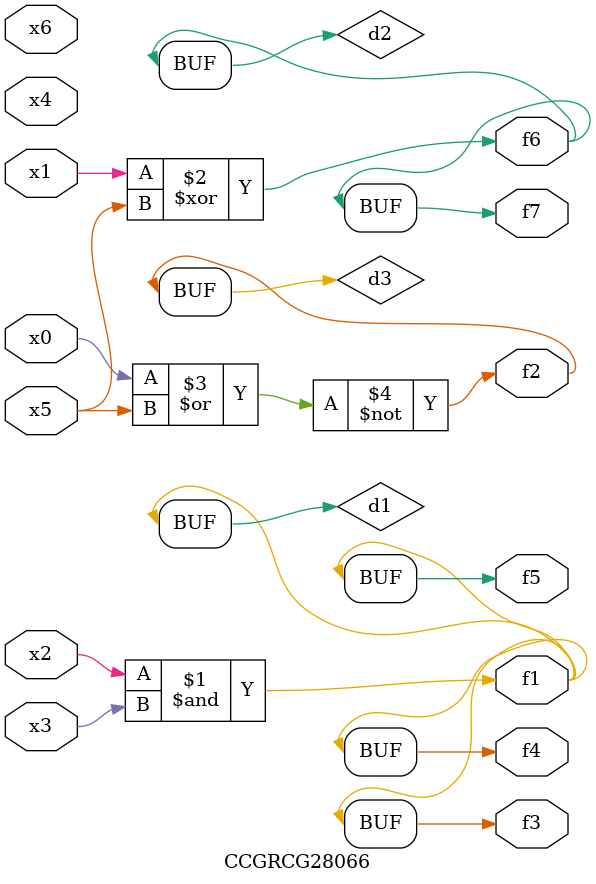
<source format=v>
module CCGRCG28066(
	input x0, x1, x2, x3, x4, x5, x6,
	output f1, f2, f3, f4, f5, f6, f7
);

	wire d1, d2, d3;

	and (d1, x2, x3);
	xor (d2, x1, x5);
	nor (d3, x0, x5);
	assign f1 = d1;
	assign f2 = d3;
	assign f3 = d1;
	assign f4 = d1;
	assign f5 = d1;
	assign f6 = d2;
	assign f7 = d2;
endmodule

</source>
